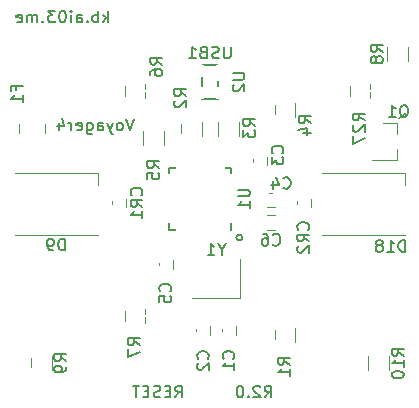
<source format=gbo>
%TF.GenerationSoftware,KiCad,Pcbnew,(5.1.2)-1*%
%TF.CreationDate,2019-05-30T19:23:31-07:00*%
%TF.ProjectId,Voyager4,566f7961-6765-4723-942e-6b696361645f,rev?*%
%TF.SameCoordinates,Original*%
%TF.FileFunction,Legend,Bot*%
%TF.FilePolarity,Positive*%
%FSLAX46Y46*%
G04 Gerber Fmt 4.6, Leading zero omitted, Abs format (unit mm)*
G04 Created by KiCad (PCBNEW (5.1.2)-1) date 2019-05-30 19:23:31*
%MOMM*%
%LPD*%
G04 APERTURE LIST*
%ADD10C,0.150000*%
%ADD11C,0.200000*%
%ADD12C,0.120000*%
%ADD13R,0.650000X1.100000*%
%ADD14R,1.100000X0.650000*%
%ADD15R,2.125000X2.125000*%
%ADD16C,2.650000*%
%ADD17C,2.650000*%
%ADD18C,4.387800*%
%ADD19C,2.305000*%
%ADD20R,2.305000X2.305000*%
%ADD21C,2.150000*%
%ADD22R,1.150000X1.200000*%
%ADD23R,1.200000X1.150000*%
%ADD24R,2.000000X1.400000*%
%ADD25R,2.430000X1.540000*%
%ADD26R,1.300000X1.200000*%
%ADD27R,1.700000X1.100000*%
%ADD28R,1.100000X1.000000*%
%ADD29R,1.100000X1.400000*%
%ADD30O,1.400000X2.000000*%
%ADD31O,1.400000X2.500000*%
%ADD32C,1.050000*%
%ADD33R,0.700000X1.850000*%
%ADD34R,1.000000X1.850000*%
%ADD35R,1.800000X1.600000*%
%ADD36R,1.900000X1.900000*%
G04 APERTURE END LIST*
D10*
X61832714Y-41997380D02*
X61499380Y-42997380D01*
X61166047Y-41997380D01*
X60689857Y-42997380D02*
X60785095Y-42949761D01*
X60832714Y-42902142D01*
X60880333Y-42806904D01*
X60880333Y-42521190D01*
X60832714Y-42425952D01*
X60785095Y-42378333D01*
X60689857Y-42330714D01*
X60547000Y-42330714D01*
X60451761Y-42378333D01*
X60404142Y-42425952D01*
X60356523Y-42521190D01*
X60356523Y-42806904D01*
X60404142Y-42902142D01*
X60451761Y-42949761D01*
X60547000Y-42997380D01*
X60689857Y-42997380D01*
X60023190Y-42330714D02*
X59785095Y-42997380D01*
X59547000Y-42330714D02*
X59785095Y-42997380D01*
X59880333Y-43235476D01*
X59927952Y-43283095D01*
X60023190Y-43330714D01*
X58737476Y-42997380D02*
X58737476Y-42473571D01*
X58785095Y-42378333D01*
X58880333Y-42330714D01*
X59070809Y-42330714D01*
X59166047Y-42378333D01*
X58737476Y-42949761D02*
X58832714Y-42997380D01*
X59070809Y-42997380D01*
X59166047Y-42949761D01*
X59213666Y-42854523D01*
X59213666Y-42759285D01*
X59166047Y-42664047D01*
X59070809Y-42616428D01*
X58832714Y-42616428D01*
X58737476Y-42568809D01*
X57832714Y-42330714D02*
X57832714Y-43140238D01*
X57880333Y-43235476D01*
X57927952Y-43283095D01*
X58023190Y-43330714D01*
X58166047Y-43330714D01*
X58261285Y-43283095D01*
X57832714Y-42949761D02*
X57927952Y-42997380D01*
X58118428Y-42997380D01*
X58213666Y-42949761D01*
X58261285Y-42902142D01*
X58308904Y-42806904D01*
X58308904Y-42521190D01*
X58261285Y-42425952D01*
X58213666Y-42378333D01*
X58118428Y-42330714D01*
X57927952Y-42330714D01*
X57832714Y-42378333D01*
X56975571Y-42949761D02*
X57070809Y-42997380D01*
X57261285Y-42997380D01*
X57356523Y-42949761D01*
X57404142Y-42854523D01*
X57404142Y-42473571D01*
X57356523Y-42378333D01*
X57261285Y-42330714D01*
X57070809Y-42330714D01*
X56975571Y-42378333D01*
X56927952Y-42473571D01*
X56927952Y-42568809D01*
X57404142Y-42664047D01*
X56499380Y-42997380D02*
X56499380Y-42330714D01*
X56499380Y-42521190D02*
X56451761Y-42425952D01*
X56404142Y-42378333D01*
X56308904Y-42330714D01*
X56213666Y-42330714D01*
X55451761Y-42330714D02*
X55451761Y-42997380D01*
X55689857Y-41949761D02*
X55927952Y-42664047D01*
X55308904Y-42664047D01*
X72889952Y-65603380D02*
X73223285Y-65127190D01*
X73461380Y-65603380D02*
X73461380Y-64603380D01*
X73080428Y-64603380D01*
X72985190Y-64651000D01*
X72937571Y-64698619D01*
X72889952Y-64793857D01*
X72889952Y-64936714D01*
X72937571Y-65031952D01*
X72985190Y-65079571D01*
X73080428Y-65127190D01*
X73461380Y-65127190D01*
X72509000Y-64698619D02*
X72461380Y-64651000D01*
X72366142Y-64603380D01*
X72128047Y-64603380D01*
X72032809Y-64651000D01*
X71985190Y-64698619D01*
X71937571Y-64793857D01*
X71937571Y-64889095D01*
X71985190Y-65031952D01*
X72556619Y-65603380D01*
X71937571Y-65603380D01*
X71509000Y-65508142D02*
X71461380Y-65555761D01*
X71509000Y-65603380D01*
X71556619Y-65555761D01*
X71509000Y-65508142D01*
X71509000Y-65603380D01*
X70842333Y-64603380D02*
X70747095Y-64603380D01*
X70651857Y-64651000D01*
X70604238Y-64698619D01*
X70556619Y-64793857D01*
X70509000Y-64984333D01*
X70509000Y-65222428D01*
X70556619Y-65412904D01*
X70604238Y-65508142D01*
X70651857Y-65555761D01*
X70747095Y-65603380D01*
X70842333Y-65603380D01*
X70937571Y-65555761D01*
X70985190Y-65508142D01*
X71032809Y-65412904D01*
X71080428Y-65222428D01*
X71080428Y-64984333D01*
X71032809Y-64793857D01*
X70985190Y-64698619D01*
X70937571Y-64651000D01*
X70842333Y-64603380D01*
X59586333Y-33853380D02*
X59586333Y-32853380D01*
X59491095Y-33472428D02*
X59205380Y-33853380D01*
X59205380Y-33186714D02*
X59586333Y-33567666D01*
X58776809Y-33853380D02*
X58776809Y-32853380D01*
X58776809Y-33234333D02*
X58681571Y-33186714D01*
X58491095Y-33186714D01*
X58395857Y-33234333D01*
X58348238Y-33281952D01*
X58300619Y-33377190D01*
X58300619Y-33662904D01*
X58348238Y-33758142D01*
X58395857Y-33805761D01*
X58491095Y-33853380D01*
X58681571Y-33853380D01*
X58776809Y-33805761D01*
X57872047Y-33758142D02*
X57824428Y-33805761D01*
X57872047Y-33853380D01*
X57919666Y-33805761D01*
X57872047Y-33758142D01*
X57872047Y-33853380D01*
X56967285Y-33853380D02*
X56967285Y-33329571D01*
X57014904Y-33234333D01*
X57110142Y-33186714D01*
X57300619Y-33186714D01*
X57395857Y-33234333D01*
X56967285Y-33805761D02*
X57062523Y-33853380D01*
X57300619Y-33853380D01*
X57395857Y-33805761D01*
X57443476Y-33710523D01*
X57443476Y-33615285D01*
X57395857Y-33520047D01*
X57300619Y-33472428D01*
X57062523Y-33472428D01*
X56967285Y-33424809D01*
X56491095Y-33853380D02*
X56491095Y-33186714D01*
X56491095Y-32853380D02*
X56538714Y-32901000D01*
X56491095Y-32948619D01*
X56443476Y-32901000D01*
X56491095Y-32853380D01*
X56491095Y-32948619D01*
X55824428Y-32853380D02*
X55729190Y-32853380D01*
X55633952Y-32901000D01*
X55586333Y-32948619D01*
X55538714Y-33043857D01*
X55491095Y-33234333D01*
X55491095Y-33472428D01*
X55538714Y-33662904D01*
X55586333Y-33758142D01*
X55633952Y-33805761D01*
X55729190Y-33853380D01*
X55824428Y-33853380D01*
X55919666Y-33805761D01*
X55967285Y-33758142D01*
X56014904Y-33662904D01*
X56062523Y-33472428D01*
X56062523Y-33234333D01*
X56014904Y-33043857D01*
X55967285Y-32948619D01*
X55919666Y-32901000D01*
X55824428Y-32853380D01*
X55157761Y-32853380D02*
X54538714Y-32853380D01*
X54872047Y-33234333D01*
X54729190Y-33234333D01*
X54633952Y-33281952D01*
X54586333Y-33329571D01*
X54538714Y-33424809D01*
X54538714Y-33662904D01*
X54586333Y-33758142D01*
X54633952Y-33805761D01*
X54729190Y-33853380D01*
X55014904Y-33853380D01*
X55110142Y-33805761D01*
X55157761Y-33758142D01*
X54110142Y-33758142D02*
X54062523Y-33805761D01*
X54110142Y-33853380D01*
X54157761Y-33805761D01*
X54110142Y-33758142D01*
X54110142Y-33853380D01*
X53633952Y-33853380D02*
X53633952Y-33186714D01*
X53633952Y-33281952D02*
X53586333Y-33234333D01*
X53491095Y-33186714D01*
X53348238Y-33186714D01*
X53253000Y-33234333D01*
X53205380Y-33329571D01*
X53205380Y-33853380D01*
X53205380Y-33329571D02*
X53157761Y-33234333D01*
X53062523Y-33186714D01*
X52919666Y-33186714D01*
X52824428Y-33234333D01*
X52776809Y-33329571D01*
X52776809Y-33853380D01*
X51919666Y-33805761D02*
X52014904Y-33853380D01*
X52205380Y-33853380D01*
X52300619Y-33805761D01*
X52348238Y-33710523D01*
X52348238Y-33329571D01*
X52300619Y-33234333D01*
X52205380Y-33186714D01*
X52014904Y-33186714D01*
X51919666Y-33234333D01*
X51872047Y-33329571D01*
X51872047Y-33424809D01*
X52348238Y-33520047D01*
X65333380Y-65603380D02*
X65666714Y-65127190D01*
X65904809Y-65603380D02*
X65904809Y-64603380D01*
X65523857Y-64603380D01*
X65428619Y-64651000D01*
X65381000Y-64698619D01*
X65333380Y-64793857D01*
X65333380Y-64936714D01*
X65381000Y-65031952D01*
X65428619Y-65079571D01*
X65523857Y-65127190D01*
X65904809Y-65127190D01*
X64904809Y-65079571D02*
X64571476Y-65079571D01*
X64428619Y-65603380D02*
X64904809Y-65603380D01*
X64904809Y-64603380D01*
X64428619Y-64603380D01*
X64047666Y-65555761D02*
X63904809Y-65603380D01*
X63666714Y-65603380D01*
X63571476Y-65555761D01*
X63523857Y-65508142D01*
X63476238Y-65412904D01*
X63476238Y-65317666D01*
X63523857Y-65222428D01*
X63571476Y-65174809D01*
X63666714Y-65127190D01*
X63857190Y-65079571D01*
X63952428Y-65031952D01*
X64000047Y-64984333D01*
X64047666Y-64889095D01*
X64047666Y-64793857D01*
X64000047Y-64698619D01*
X63952428Y-64651000D01*
X63857190Y-64603380D01*
X63619095Y-64603380D01*
X63476238Y-64651000D01*
X63047666Y-65079571D02*
X62714333Y-65079571D01*
X62571476Y-65603380D02*
X63047666Y-65603380D01*
X63047666Y-64603380D01*
X62571476Y-64603380D01*
X62285761Y-64603380D02*
X61714333Y-64603380D01*
X62000047Y-65603380D02*
X62000047Y-64603380D01*
D11*
X70993000Y-52070000D02*
G75*
G03X70993000Y-52070000I-254000J0D01*
G01*
D10*
X70062000Y-46143000D02*
X69537000Y-46143000D01*
X64812000Y-51393000D02*
X65337000Y-51393000D01*
X64812000Y-46143000D02*
X65337000Y-46143000D01*
X70062000Y-51393000D02*
X70062000Y-50868000D01*
X64812000Y-51393000D02*
X64812000Y-50868000D01*
X64812000Y-46143000D02*
X64812000Y-46668000D01*
X70062000Y-46143000D02*
X70062000Y-46668000D01*
D12*
X69250000Y-59594000D02*
X69250000Y-60294000D01*
X70450000Y-60294000D02*
X70450000Y-59594000D01*
X68291000Y-60294000D02*
X68291000Y-59594000D01*
X67091000Y-59594000D02*
X67091000Y-60294000D01*
X71917000Y-45243000D02*
X71917000Y-45943000D01*
X73117000Y-45943000D02*
X73117000Y-45243000D01*
X73056000Y-49495000D02*
X73756000Y-49495000D01*
X73756000Y-48295000D02*
X73056000Y-48295000D01*
X65116000Y-54706000D02*
X65116000Y-54006000D01*
X63916000Y-54006000D02*
X63916000Y-54706000D01*
X73056000Y-51400000D02*
X73756000Y-51400000D01*
X73756000Y-50200000D02*
X73056000Y-50200000D01*
X61179000Y-49499000D02*
X61179000Y-48799000D01*
X59979000Y-48799000D02*
X59979000Y-49499000D01*
X75600000Y-48799000D02*
X75600000Y-49499000D01*
X76800000Y-49499000D02*
X76800000Y-48799000D01*
X58745000Y-46612500D02*
X58745000Y-47612500D01*
X51745000Y-46612500D02*
X58745000Y-46612500D01*
X51745000Y-51812500D02*
X58745000Y-51812500D01*
X77780000Y-51812500D02*
X84780000Y-51812500D01*
X77780000Y-46612500D02*
X84780000Y-46612500D01*
X84780000Y-46612500D02*
X84780000Y-47612500D01*
X54251250Y-43862500D02*
X54251250Y-41862500D01*
X52111250Y-41862500D02*
X52111250Y-43862500D01*
X84103750Y-42362000D02*
X82643750Y-42362000D01*
X84103750Y-45522000D02*
X81943750Y-45522000D01*
X84103750Y-45522000D02*
X84103750Y-44592000D01*
X84103750Y-42362000D02*
X84103750Y-43292000D01*
X73732500Y-59725000D02*
X73732500Y-60925000D01*
X75492500Y-60925000D02*
X75492500Y-59725000D01*
X67555000Y-43462500D02*
X67555000Y-42262500D01*
X65795000Y-42262500D02*
X65795000Y-43462500D01*
X68970000Y-42262500D02*
X68970000Y-43462500D01*
X70730000Y-43462500D02*
X70730000Y-42262500D01*
X73732500Y-40675000D02*
X73732500Y-41875000D01*
X75492500Y-41875000D02*
X75492500Y-40675000D01*
X64380000Y-44256250D02*
X64380000Y-43056250D01*
X62620000Y-43056250D02*
X62620000Y-44256250D01*
X62792500Y-40287500D02*
X62792500Y-39087500D01*
X61032500Y-39087500D02*
X61032500Y-40287500D01*
X61032500Y-58137500D02*
X61032500Y-59337500D01*
X62792500Y-59337500D02*
X62792500Y-58137500D01*
X85017500Y-37112500D02*
X85017500Y-35912500D01*
X83257500Y-35912500D02*
X83257500Y-37112500D01*
X53095000Y-62106250D02*
X53095000Y-63306250D01*
X54855000Y-63306250D02*
X54855000Y-62106250D01*
X81670000Y-62106250D02*
X81670000Y-63306250D01*
X83430000Y-63306250D02*
X83430000Y-62106250D01*
X81842500Y-40287500D02*
X81842500Y-39087500D01*
X80082500Y-39087500D02*
X80082500Y-40287500D01*
D10*
X68912500Y-40343750D02*
X67612500Y-40343750D01*
X68912500Y-37443750D02*
X68912500Y-40343750D01*
X67612500Y-37443750D02*
X68912500Y-37443750D01*
X67612500Y-37443750D02*
X67612500Y-40343750D01*
D12*
X70770500Y-57212500D02*
X66770500Y-57212500D01*
X70770500Y-53912500D02*
X70770500Y-57212500D01*
D10*
X70639380Y-48006095D02*
X71448904Y-48006095D01*
X71544142Y-48053714D01*
X71591761Y-48101333D01*
X71639380Y-48196571D01*
X71639380Y-48387047D01*
X71591761Y-48482285D01*
X71544142Y-48529904D01*
X71448904Y-48577523D01*
X70639380Y-48577523D01*
X71639380Y-49577523D02*
X71639380Y-49006095D01*
X71639380Y-49291809D02*
X70639380Y-49291809D01*
X70782238Y-49196571D01*
X70877476Y-49101333D01*
X70925095Y-49006095D01*
X70231142Y-62317333D02*
X70278761Y-62269714D01*
X70326380Y-62126857D01*
X70326380Y-62031619D01*
X70278761Y-61888761D01*
X70183523Y-61793523D01*
X70088285Y-61745904D01*
X69897809Y-61698285D01*
X69754952Y-61698285D01*
X69564476Y-61745904D01*
X69469238Y-61793523D01*
X69374000Y-61888761D01*
X69326380Y-62031619D01*
X69326380Y-62126857D01*
X69374000Y-62269714D01*
X69421619Y-62317333D01*
X70326380Y-63269714D02*
X70326380Y-62698285D01*
X70326380Y-62984000D02*
X69326380Y-62984000D01*
X69469238Y-62888761D01*
X69564476Y-62793523D01*
X69612095Y-62698285D01*
X68072142Y-62317333D02*
X68119761Y-62269714D01*
X68167380Y-62126857D01*
X68167380Y-62031619D01*
X68119761Y-61888761D01*
X68024523Y-61793523D01*
X67929285Y-61745904D01*
X67738809Y-61698285D01*
X67595952Y-61698285D01*
X67405476Y-61745904D01*
X67310238Y-61793523D01*
X67215000Y-61888761D01*
X67167380Y-62031619D01*
X67167380Y-62126857D01*
X67215000Y-62269714D01*
X67262619Y-62317333D01*
X67262619Y-62698285D02*
X67215000Y-62745904D01*
X67167380Y-62841142D01*
X67167380Y-63079238D01*
X67215000Y-63174476D01*
X67262619Y-63222095D01*
X67357857Y-63269714D01*
X67453095Y-63269714D01*
X67595952Y-63222095D01*
X68167380Y-62650666D01*
X68167380Y-63269714D01*
X74374142Y-44918333D02*
X74421761Y-44870714D01*
X74469380Y-44727857D01*
X74469380Y-44632619D01*
X74421761Y-44489761D01*
X74326523Y-44394523D01*
X74231285Y-44346904D01*
X74040809Y-44299285D01*
X73897952Y-44299285D01*
X73707476Y-44346904D01*
X73612238Y-44394523D01*
X73517000Y-44489761D01*
X73469380Y-44632619D01*
X73469380Y-44727857D01*
X73517000Y-44870714D01*
X73564619Y-44918333D01*
X73469380Y-45251666D02*
X73469380Y-45870714D01*
X73850333Y-45537380D01*
X73850333Y-45680238D01*
X73897952Y-45775476D01*
X73945571Y-45823095D01*
X74040809Y-45870714D01*
X74278904Y-45870714D01*
X74374142Y-45823095D01*
X74421761Y-45775476D01*
X74469380Y-45680238D01*
X74469380Y-45394523D01*
X74421761Y-45299285D01*
X74374142Y-45251666D01*
X74461666Y-47855142D02*
X74509285Y-47902761D01*
X74652142Y-47950380D01*
X74747380Y-47950380D01*
X74890238Y-47902761D01*
X74985476Y-47807523D01*
X75033095Y-47712285D01*
X75080714Y-47521809D01*
X75080714Y-47378952D01*
X75033095Y-47188476D01*
X74985476Y-47093238D01*
X74890238Y-46998000D01*
X74747380Y-46950380D01*
X74652142Y-46950380D01*
X74509285Y-46998000D01*
X74461666Y-47045619D01*
X73604523Y-47283714D02*
X73604523Y-47950380D01*
X73842619Y-46902761D02*
X74080714Y-47617047D01*
X73461666Y-47617047D01*
X64873142Y-56602333D02*
X64920761Y-56554714D01*
X64968380Y-56411857D01*
X64968380Y-56316619D01*
X64920761Y-56173761D01*
X64825523Y-56078523D01*
X64730285Y-56030904D01*
X64539809Y-55983285D01*
X64396952Y-55983285D01*
X64206476Y-56030904D01*
X64111238Y-56078523D01*
X64016000Y-56173761D01*
X63968380Y-56316619D01*
X63968380Y-56411857D01*
X64016000Y-56554714D01*
X64063619Y-56602333D01*
X63968380Y-57507095D02*
X63968380Y-57030904D01*
X64444571Y-56983285D01*
X64396952Y-57030904D01*
X64349333Y-57126142D01*
X64349333Y-57364238D01*
X64396952Y-57459476D01*
X64444571Y-57507095D01*
X64539809Y-57554714D01*
X64777904Y-57554714D01*
X64873142Y-57507095D01*
X64920761Y-57459476D01*
X64968380Y-57364238D01*
X64968380Y-57126142D01*
X64920761Y-57030904D01*
X64873142Y-56983285D01*
X73572666Y-52657142D02*
X73620285Y-52704761D01*
X73763142Y-52752380D01*
X73858380Y-52752380D01*
X74001238Y-52704761D01*
X74096476Y-52609523D01*
X74144095Y-52514285D01*
X74191714Y-52323809D01*
X74191714Y-52180952D01*
X74144095Y-51990476D01*
X74096476Y-51895238D01*
X74001238Y-51800000D01*
X73858380Y-51752380D01*
X73763142Y-51752380D01*
X73620285Y-51800000D01*
X73572666Y-51847619D01*
X72715523Y-51752380D02*
X72906000Y-51752380D01*
X73001238Y-51800000D01*
X73048857Y-51847619D01*
X73144095Y-51990476D01*
X73191714Y-52180952D01*
X73191714Y-52561904D01*
X73144095Y-52657142D01*
X73096476Y-52704761D01*
X73001238Y-52752380D01*
X72810761Y-52752380D01*
X72715523Y-52704761D01*
X72667904Y-52657142D01*
X72620285Y-52561904D01*
X72620285Y-52323809D01*
X72667904Y-52228571D01*
X72715523Y-52180952D01*
X72810761Y-52133333D01*
X73001238Y-52133333D01*
X73096476Y-52180952D01*
X73144095Y-52228571D01*
X73191714Y-52323809D01*
X62436142Y-48482333D02*
X62483761Y-48434714D01*
X62531380Y-48291857D01*
X62531380Y-48196619D01*
X62483761Y-48053761D01*
X62388523Y-47958523D01*
X62293285Y-47910904D01*
X62102809Y-47863285D01*
X61959952Y-47863285D01*
X61769476Y-47910904D01*
X61674238Y-47958523D01*
X61579000Y-48053761D01*
X61531380Y-48196619D01*
X61531380Y-48291857D01*
X61579000Y-48434714D01*
X61626619Y-48482333D01*
X62531380Y-49482333D02*
X62055190Y-49149000D01*
X62531380Y-48910904D02*
X61531380Y-48910904D01*
X61531380Y-49291857D01*
X61579000Y-49387095D01*
X61626619Y-49434714D01*
X61721857Y-49482333D01*
X61864714Y-49482333D01*
X61959952Y-49434714D01*
X62007571Y-49387095D01*
X62055190Y-49291857D01*
X62055190Y-48910904D01*
X62531380Y-50434714D02*
X62531380Y-49863285D01*
X62531380Y-50149000D02*
X61531380Y-50149000D01*
X61674238Y-50053761D01*
X61769476Y-49958523D01*
X61817095Y-49863285D01*
X76557142Y-51403333D02*
X76604761Y-51355714D01*
X76652380Y-51212857D01*
X76652380Y-51117619D01*
X76604761Y-50974761D01*
X76509523Y-50879523D01*
X76414285Y-50831904D01*
X76223809Y-50784285D01*
X76080952Y-50784285D01*
X75890476Y-50831904D01*
X75795238Y-50879523D01*
X75700000Y-50974761D01*
X75652380Y-51117619D01*
X75652380Y-51212857D01*
X75700000Y-51355714D01*
X75747619Y-51403333D01*
X76652380Y-52403333D02*
X76176190Y-52070000D01*
X76652380Y-51831904D02*
X75652380Y-51831904D01*
X75652380Y-52212857D01*
X75700000Y-52308095D01*
X75747619Y-52355714D01*
X75842857Y-52403333D01*
X75985714Y-52403333D01*
X76080952Y-52355714D01*
X76128571Y-52308095D01*
X76176190Y-52212857D01*
X76176190Y-51831904D01*
X75747619Y-52784285D02*
X75700000Y-52831904D01*
X75652380Y-52927142D01*
X75652380Y-53165238D01*
X75700000Y-53260476D01*
X75747619Y-53308095D01*
X75842857Y-53355714D01*
X75938095Y-53355714D01*
X76080952Y-53308095D01*
X76652380Y-52736666D01*
X76652380Y-53355714D01*
X55983095Y-53164880D02*
X55983095Y-52164880D01*
X55745000Y-52164880D01*
X55602142Y-52212500D01*
X55506904Y-52307738D01*
X55459285Y-52402976D01*
X55411666Y-52593452D01*
X55411666Y-52736309D01*
X55459285Y-52926785D01*
X55506904Y-53022023D01*
X55602142Y-53117261D01*
X55745000Y-53164880D01*
X55983095Y-53164880D01*
X54935476Y-53164880D02*
X54745000Y-53164880D01*
X54649761Y-53117261D01*
X54602142Y-53069642D01*
X54506904Y-52926785D01*
X54459285Y-52736309D01*
X54459285Y-52355357D01*
X54506904Y-52260119D01*
X54554523Y-52212500D01*
X54649761Y-52164880D01*
X54840238Y-52164880D01*
X54935476Y-52212500D01*
X54983095Y-52260119D01*
X55030714Y-52355357D01*
X55030714Y-52593452D01*
X54983095Y-52688690D01*
X54935476Y-52736309D01*
X54840238Y-52783928D01*
X54649761Y-52783928D01*
X54554523Y-52736309D01*
X54506904Y-52688690D01*
X54459285Y-52593452D01*
X84780285Y-53284380D02*
X84780285Y-52284380D01*
X84542190Y-52284380D01*
X84399333Y-52332000D01*
X84304095Y-52427238D01*
X84256476Y-52522476D01*
X84208857Y-52712952D01*
X84208857Y-52855809D01*
X84256476Y-53046285D01*
X84304095Y-53141523D01*
X84399333Y-53236761D01*
X84542190Y-53284380D01*
X84780285Y-53284380D01*
X83256476Y-53284380D02*
X83827904Y-53284380D01*
X83542190Y-53284380D02*
X83542190Y-52284380D01*
X83637428Y-52427238D01*
X83732666Y-52522476D01*
X83827904Y-52570095D01*
X82685047Y-52712952D02*
X82780285Y-52665333D01*
X82827904Y-52617714D01*
X82875523Y-52522476D01*
X82875523Y-52474857D01*
X82827904Y-52379619D01*
X82780285Y-52332000D01*
X82685047Y-52284380D01*
X82494571Y-52284380D01*
X82399333Y-52332000D01*
X82351714Y-52379619D01*
X82304095Y-52474857D01*
X82304095Y-52522476D01*
X82351714Y-52617714D01*
X82399333Y-52665333D01*
X82494571Y-52712952D01*
X82685047Y-52712952D01*
X82780285Y-52760571D01*
X82827904Y-52808190D01*
X82875523Y-52903428D01*
X82875523Y-53093904D01*
X82827904Y-53189142D01*
X82780285Y-53236761D01*
X82685047Y-53284380D01*
X82494571Y-53284380D01*
X82399333Y-53236761D01*
X82351714Y-53189142D01*
X82304095Y-53093904D01*
X82304095Y-52903428D01*
X82351714Y-52808190D01*
X82399333Y-52760571D01*
X82494571Y-52712952D01*
X51871571Y-39544666D02*
X51871571Y-39211333D01*
X52395380Y-39211333D02*
X51395380Y-39211333D01*
X51395380Y-39687523D01*
X52395380Y-40592285D02*
X52395380Y-40020857D01*
X52395380Y-40306571D02*
X51395380Y-40306571D01*
X51538238Y-40211333D01*
X51633476Y-40116095D01*
X51681095Y-40020857D01*
X84296238Y-41949619D02*
X84391476Y-41902000D01*
X84486714Y-41806761D01*
X84629571Y-41663904D01*
X84724809Y-41616285D01*
X84820047Y-41616285D01*
X84772428Y-41854380D02*
X84867666Y-41806761D01*
X84962904Y-41711523D01*
X85010523Y-41521047D01*
X85010523Y-41187714D01*
X84962904Y-40997238D01*
X84867666Y-40902000D01*
X84772428Y-40854380D01*
X84581952Y-40854380D01*
X84486714Y-40902000D01*
X84391476Y-40997238D01*
X84343857Y-41187714D01*
X84343857Y-41521047D01*
X84391476Y-41711523D01*
X84486714Y-41806761D01*
X84581952Y-41854380D01*
X84772428Y-41854380D01*
X83391476Y-41854380D02*
X83962904Y-41854380D01*
X83677190Y-41854380D02*
X83677190Y-40854380D01*
X83772428Y-40997238D01*
X83867666Y-41092476D01*
X83962904Y-41140095D01*
X75001380Y-62825333D02*
X74525190Y-62492000D01*
X75001380Y-62253904D02*
X74001380Y-62253904D01*
X74001380Y-62634857D01*
X74049000Y-62730095D01*
X74096619Y-62777714D01*
X74191857Y-62825333D01*
X74334714Y-62825333D01*
X74429952Y-62777714D01*
X74477571Y-62730095D01*
X74525190Y-62634857D01*
X74525190Y-62253904D01*
X75001380Y-63777714D02*
X75001380Y-63206285D01*
X75001380Y-63492000D02*
X74001380Y-63492000D01*
X74144238Y-63396761D01*
X74239476Y-63301523D01*
X74287095Y-63206285D01*
X66238380Y-40092333D02*
X65762190Y-39759000D01*
X66238380Y-39520904D02*
X65238380Y-39520904D01*
X65238380Y-39901857D01*
X65286000Y-39997095D01*
X65333619Y-40044714D01*
X65428857Y-40092333D01*
X65571714Y-40092333D01*
X65666952Y-40044714D01*
X65714571Y-39997095D01*
X65762190Y-39901857D01*
X65762190Y-39520904D01*
X65333619Y-40473285D02*
X65286000Y-40520904D01*
X65238380Y-40616142D01*
X65238380Y-40854238D01*
X65286000Y-40949476D01*
X65333619Y-40997095D01*
X65428857Y-41044714D01*
X65524095Y-41044714D01*
X65666952Y-40997095D01*
X66238380Y-40425666D01*
X66238380Y-41044714D01*
X72080380Y-42632333D02*
X71604190Y-42299000D01*
X72080380Y-42060904D02*
X71080380Y-42060904D01*
X71080380Y-42441857D01*
X71128000Y-42537095D01*
X71175619Y-42584714D01*
X71270857Y-42632333D01*
X71413714Y-42632333D01*
X71508952Y-42584714D01*
X71556571Y-42537095D01*
X71604190Y-42441857D01*
X71604190Y-42060904D01*
X71080380Y-42965666D02*
X71080380Y-43584714D01*
X71461333Y-43251380D01*
X71461333Y-43394238D01*
X71508952Y-43489476D01*
X71556571Y-43537095D01*
X71651809Y-43584714D01*
X71889904Y-43584714D01*
X71985142Y-43537095D01*
X72032761Y-43489476D01*
X72080380Y-43394238D01*
X72080380Y-43108523D01*
X72032761Y-43013285D01*
X71985142Y-42965666D01*
X76779380Y-42378333D02*
X76303190Y-42045000D01*
X76779380Y-41806904D02*
X75779380Y-41806904D01*
X75779380Y-42187857D01*
X75827000Y-42283095D01*
X75874619Y-42330714D01*
X75969857Y-42378333D01*
X76112714Y-42378333D01*
X76207952Y-42330714D01*
X76255571Y-42283095D01*
X76303190Y-42187857D01*
X76303190Y-41806904D01*
X76112714Y-43235476D02*
X76779380Y-43235476D01*
X75731761Y-42997380D02*
X76446047Y-42759285D01*
X76446047Y-43378333D01*
X63952380Y-46188333D02*
X63476190Y-45855000D01*
X63952380Y-45616904D02*
X62952380Y-45616904D01*
X62952380Y-45997857D01*
X63000000Y-46093095D01*
X63047619Y-46140714D01*
X63142857Y-46188333D01*
X63285714Y-46188333D01*
X63380952Y-46140714D01*
X63428571Y-46093095D01*
X63476190Y-45997857D01*
X63476190Y-45616904D01*
X62952380Y-47093095D02*
X62952380Y-46616904D01*
X63428571Y-46569285D01*
X63380952Y-46616904D01*
X63333333Y-46712142D01*
X63333333Y-46950238D01*
X63380952Y-47045476D01*
X63428571Y-47093095D01*
X63523809Y-47140714D01*
X63761904Y-47140714D01*
X63857142Y-47093095D01*
X63904761Y-47045476D01*
X63952380Y-46950238D01*
X63952380Y-46712142D01*
X63904761Y-46616904D01*
X63857142Y-46569285D01*
X64206380Y-37425333D02*
X63730190Y-37092000D01*
X64206380Y-36853904D02*
X63206380Y-36853904D01*
X63206380Y-37234857D01*
X63254000Y-37330095D01*
X63301619Y-37377714D01*
X63396857Y-37425333D01*
X63539714Y-37425333D01*
X63634952Y-37377714D01*
X63682571Y-37330095D01*
X63730190Y-37234857D01*
X63730190Y-36853904D01*
X63206380Y-38282476D02*
X63206380Y-38092000D01*
X63254000Y-37996761D01*
X63301619Y-37949142D01*
X63444476Y-37853904D01*
X63634952Y-37806285D01*
X64015904Y-37806285D01*
X64111142Y-37853904D01*
X64158761Y-37901523D01*
X64206380Y-37996761D01*
X64206380Y-38187238D01*
X64158761Y-38282476D01*
X64111142Y-38330095D01*
X64015904Y-38377714D01*
X63777809Y-38377714D01*
X63682571Y-38330095D01*
X63634952Y-38282476D01*
X63587333Y-38187238D01*
X63587333Y-37996761D01*
X63634952Y-37901523D01*
X63682571Y-37853904D01*
X63777809Y-37806285D01*
X62301380Y-61174333D02*
X61825190Y-60841000D01*
X62301380Y-60602904D02*
X61301380Y-60602904D01*
X61301380Y-60983857D01*
X61349000Y-61079095D01*
X61396619Y-61126714D01*
X61491857Y-61174333D01*
X61634714Y-61174333D01*
X61729952Y-61126714D01*
X61777571Y-61079095D01*
X61825190Y-60983857D01*
X61825190Y-60602904D01*
X61301380Y-61507666D02*
X61301380Y-62174333D01*
X62301380Y-61745761D01*
X82875380Y-36345833D02*
X82399190Y-36012500D01*
X82875380Y-35774404D02*
X81875380Y-35774404D01*
X81875380Y-36155357D01*
X81923000Y-36250595D01*
X81970619Y-36298214D01*
X82065857Y-36345833D01*
X82208714Y-36345833D01*
X82303952Y-36298214D01*
X82351571Y-36250595D01*
X82399190Y-36155357D01*
X82399190Y-35774404D01*
X82303952Y-36917261D02*
X82256333Y-36822023D01*
X82208714Y-36774404D01*
X82113476Y-36726785D01*
X82065857Y-36726785D01*
X81970619Y-36774404D01*
X81923000Y-36822023D01*
X81875380Y-36917261D01*
X81875380Y-37107738D01*
X81923000Y-37202976D01*
X81970619Y-37250595D01*
X82065857Y-37298214D01*
X82113476Y-37298214D01*
X82208714Y-37250595D01*
X82256333Y-37202976D01*
X82303952Y-37107738D01*
X82303952Y-36917261D01*
X82351571Y-36822023D01*
X82399190Y-36774404D01*
X82494428Y-36726785D01*
X82684904Y-36726785D01*
X82780142Y-36774404D01*
X82827761Y-36822023D01*
X82875380Y-36917261D01*
X82875380Y-37107738D01*
X82827761Y-37202976D01*
X82780142Y-37250595D01*
X82684904Y-37298214D01*
X82494428Y-37298214D01*
X82399190Y-37250595D01*
X82351571Y-37202976D01*
X82303952Y-37107738D01*
X56077380Y-62539583D02*
X55601190Y-62206250D01*
X56077380Y-61968154D02*
X55077380Y-61968154D01*
X55077380Y-62349107D01*
X55125000Y-62444345D01*
X55172619Y-62491964D01*
X55267857Y-62539583D01*
X55410714Y-62539583D01*
X55505952Y-62491964D01*
X55553571Y-62444345D01*
X55601190Y-62349107D01*
X55601190Y-61968154D01*
X56077380Y-63015773D02*
X56077380Y-63206250D01*
X56029761Y-63301488D01*
X55982142Y-63349107D01*
X55839285Y-63444345D01*
X55648809Y-63491964D01*
X55267857Y-63491964D01*
X55172619Y-63444345D01*
X55125000Y-63396726D01*
X55077380Y-63301488D01*
X55077380Y-63111011D01*
X55125000Y-63015773D01*
X55172619Y-62968154D01*
X55267857Y-62920535D01*
X55505952Y-62920535D01*
X55601190Y-62968154D01*
X55648809Y-63015773D01*
X55696428Y-63111011D01*
X55696428Y-63301488D01*
X55648809Y-63396726D01*
X55601190Y-63444345D01*
X55505952Y-63491964D01*
X84652380Y-62063392D02*
X84176190Y-61730059D01*
X84652380Y-61491964D02*
X83652380Y-61491964D01*
X83652380Y-61872916D01*
X83700000Y-61968154D01*
X83747619Y-62015773D01*
X83842857Y-62063392D01*
X83985714Y-62063392D01*
X84080952Y-62015773D01*
X84128571Y-61968154D01*
X84176190Y-61872916D01*
X84176190Y-61491964D01*
X84652380Y-63015773D02*
X84652380Y-62444345D01*
X84652380Y-62730059D02*
X83652380Y-62730059D01*
X83795238Y-62634821D01*
X83890476Y-62539583D01*
X83938095Y-62444345D01*
X83652380Y-63634821D02*
X83652380Y-63730059D01*
X83700000Y-63825297D01*
X83747619Y-63872916D01*
X83842857Y-63920535D01*
X84033333Y-63968154D01*
X84271428Y-63968154D01*
X84461904Y-63920535D01*
X84557142Y-63872916D01*
X84604761Y-63825297D01*
X84652380Y-63730059D01*
X84652380Y-63634821D01*
X84604761Y-63539583D01*
X84557142Y-63491964D01*
X84461904Y-63444345D01*
X84271428Y-63396726D01*
X84033333Y-63396726D01*
X83842857Y-63444345D01*
X83747619Y-63491964D01*
X83700000Y-63539583D01*
X83652380Y-63634821D01*
X81351380Y-42156142D02*
X80875190Y-41822809D01*
X81351380Y-41584714D02*
X80351380Y-41584714D01*
X80351380Y-41965666D01*
X80399000Y-42060904D01*
X80446619Y-42108523D01*
X80541857Y-42156142D01*
X80684714Y-42156142D01*
X80779952Y-42108523D01*
X80827571Y-42060904D01*
X80875190Y-41965666D01*
X80875190Y-41584714D01*
X80446619Y-42537095D02*
X80399000Y-42584714D01*
X80351380Y-42679952D01*
X80351380Y-42918047D01*
X80399000Y-43013285D01*
X80446619Y-43060904D01*
X80541857Y-43108523D01*
X80637095Y-43108523D01*
X80779952Y-43060904D01*
X81351380Y-42489476D01*
X81351380Y-43108523D01*
X80351380Y-43441857D02*
X80351380Y-44108523D01*
X81351380Y-43679952D01*
X70164880Y-38131845D02*
X70974404Y-38131845D01*
X71069642Y-38179464D01*
X71117261Y-38227083D01*
X71164880Y-38322321D01*
X71164880Y-38512797D01*
X71117261Y-38608035D01*
X71069642Y-38655654D01*
X70974404Y-38703273D01*
X70164880Y-38703273D01*
X70260119Y-39131845D02*
X70212500Y-39179464D01*
X70164880Y-39274702D01*
X70164880Y-39512797D01*
X70212500Y-39608035D01*
X70260119Y-39655654D01*
X70355357Y-39703273D01*
X70450595Y-39703273D01*
X70593452Y-39655654D01*
X71164880Y-39084226D01*
X71164880Y-39703273D01*
X70000595Y-35901380D02*
X70000595Y-36710904D01*
X69952976Y-36806142D01*
X69905357Y-36853761D01*
X69810119Y-36901380D01*
X69619642Y-36901380D01*
X69524404Y-36853761D01*
X69476785Y-36806142D01*
X69429166Y-36710904D01*
X69429166Y-35901380D01*
X69000595Y-36853761D02*
X68857738Y-36901380D01*
X68619642Y-36901380D01*
X68524404Y-36853761D01*
X68476785Y-36806142D01*
X68429166Y-36710904D01*
X68429166Y-36615666D01*
X68476785Y-36520428D01*
X68524404Y-36472809D01*
X68619642Y-36425190D01*
X68810119Y-36377571D01*
X68905357Y-36329952D01*
X68952976Y-36282333D01*
X69000595Y-36187095D01*
X69000595Y-36091857D01*
X68952976Y-35996619D01*
X68905357Y-35949000D01*
X68810119Y-35901380D01*
X68572023Y-35901380D01*
X68429166Y-35949000D01*
X67667261Y-36377571D02*
X67524404Y-36425190D01*
X67476785Y-36472809D01*
X67429166Y-36568047D01*
X67429166Y-36710904D01*
X67476785Y-36806142D01*
X67524404Y-36853761D01*
X67619642Y-36901380D01*
X68000595Y-36901380D01*
X68000595Y-35901380D01*
X67667261Y-35901380D01*
X67572023Y-35949000D01*
X67524404Y-35996619D01*
X67476785Y-36091857D01*
X67476785Y-36187095D01*
X67524404Y-36282333D01*
X67572023Y-36329952D01*
X67667261Y-36377571D01*
X68000595Y-36377571D01*
X66476785Y-36901380D02*
X67048214Y-36901380D01*
X66762500Y-36901380D02*
X66762500Y-35901380D01*
X66857738Y-36044238D01*
X66952976Y-36139476D01*
X67048214Y-36187095D01*
X69246690Y-53088690D02*
X69246690Y-53564880D01*
X69580023Y-52564880D02*
X69246690Y-53088690D01*
X68913357Y-52564880D01*
X68056214Y-53564880D02*
X68627642Y-53564880D01*
X68341928Y-53564880D02*
X68341928Y-52564880D01*
X68437166Y-52707738D01*
X68532404Y-52802976D01*
X68627642Y-52850595D01*
%LPC*%
D13*
X69187000Y-51168000D03*
X68687000Y-51168000D03*
X68187000Y-51168000D03*
X67687000Y-51168000D03*
X67187000Y-51168000D03*
X66687000Y-51168000D03*
X66187000Y-51168000D03*
X65687000Y-51168000D03*
D14*
X65037000Y-50518000D03*
X65037000Y-50018000D03*
X65037000Y-49518000D03*
X65037000Y-49018000D03*
X65037000Y-48518000D03*
X65037000Y-48018000D03*
X65037000Y-47518000D03*
X65037000Y-47018000D03*
D13*
X65687000Y-46368000D03*
X66187000Y-46368000D03*
X66687000Y-46368000D03*
X67187000Y-46368000D03*
X67687000Y-46368000D03*
X68187000Y-46368000D03*
X68687000Y-46368000D03*
X69187000Y-46368000D03*
D14*
X69837000Y-47018000D03*
X69837000Y-47518000D03*
X69837000Y-48018000D03*
X69837000Y-48518000D03*
X69837000Y-49018000D03*
X69837000Y-49518000D03*
X69837000Y-50018000D03*
X69837000Y-50518000D03*
D15*
X66574500Y-47905500D03*
X68299500Y-47905500D03*
X66574500Y-49630500D03*
X68299500Y-49630500D03*
D16*
X61257500Y-53947500D03*
D17*
X61237500Y-54237500D02*
X61277500Y-53657500D01*
D16*
X61277500Y-53657500D03*
X55582501Y-55467500D03*
D17*
X54927500Y-56197500D02*
X56237502Y-54737500D01*
D18*
X58737500Y-58737500D03*
D16*
X56237500Y-54737500D03*
D19*
X57467500Y-63817500D03*
D20*
X60007500Y-63817500D03*
D21*
X53657500Y-58737500D03*
X63817500Y-58737500D03*
D22*
X69850000Y-59194000D03*
X69850000Y-60694000D03*
X67691000Y-60694000D03*
X67691000Y-59194000D03*
X72517000Y-44843000D03*
X72517000Y-46343000D03*
D23*
X72656000Y-48895000D03*
X74156000Y-48895000D03*
D22*
X64516000Y-55106000D03*
X64516000Y-53606000D03*
D23*
X72656000Y-50800000D03*
X74156000Y-50800000D03*
D22*
X60579000Y-49899000D03*
X60579000Y-48399000D03*
X76200000Y-48399000D03*
X76200000Y-49899000D03*
D24*
X52745000Y-50812500D03*
X52745000Y-47612500D03*
X57745000Y-50812500D03*
X57745000Y-47612500D03*
X83780000Y-47612500D03*
X83780000Y-50812500D03*
X78780000Y-47612500D03*
X78780000Y-50812500D03*
D25*
X53181250Y-41662500D03*
X53181250Y-44062500D03*
D16*
X61257500Y-34897500D03*
D17*
X61237500Y-35187500D02*
X61277500Y-34607500D01*
D16*
X61277500Y-34607500D03*
X55582501Y-36417500D03*
D17*
X54927500Y-37147500D02*
X56237502Y-35687500D01*
D18*
X58737500Y-39687500D03*
D16*
X56237500Y-35687500D03*
D19*
X57467500Y-44767500D03*
D20*
X60007500Y-44767500D03*
D21*
X53657500Y-39687500D03*
X63817500Y-39687500D03*
X82867500Y-39687500D03*
X72707500Y-39687500D03*
D20*
X79057500Y-44767500D03*
D19*
X76517500Y-44767500D03*
D16*
X75287500Y-35687500D03*
D18*
X77787500Y-39687500D03*
D16*
X74632501Y-36417500D03*
D17*
X73977500Y-37147500D02*
X75287502Y-35687500D01*
D16*
X80327500Y-34607500D03*
X80307500Y-34897500D03*
D17*
X80287500Y-35187500D02*
X80327500Y-34607500D01*
D16*
X80307500Y-53947500D03*
D17*
X80287500Y-54237500D02*
X80327500Y-53657500D01*
D16*
X80327500Y-53657500D03*
X74632501Y-55467500D03*
D17*
X73977500Y-56197500D02*
X75287502Y-54737500D01*
D18*
X77787500Y-58737500D03*
D16*
X75287500Y-54737500D03*
D19*
X76517500Y-63817500D03*
D20*
X79057500Y-63817500D03*
D21*
X72707500Y-58737500D03*
X82867500Y-58737500D03*
D26*
X84343750Y-43942000D03*
X82343750Y-42992000D03*
X82343750Y-44892000D03*
D27*
X74612500Y-61275000D03*
X74612500Y-59375000D03*
X66675000Y-41912500D03*
X66675000Y-43812500D03*
X69850000Y-43812500D03*
X69850000Y-41912500D03*
X74612500Y-42225000D03*
X74612500Y-40325000D03*
X63500000Y-42706250D03*
X63500000Y-44606250D03*
X61912500Y-38737500D03*
X61912500Y-40637500D03*
X61912500Y-59687500D03*
X61912500Y-57787500D03*
X84137500Y-35562500D03*
X84137500Y-37462500D03*
X53975000Y-63656250D03*
X53975000Y-61756250D03*
X82550000Y-63656250D03*
X82550000Y-61756250D03*
X80962500Y-38737500D03*
X80962500Y-40637500D03*
D28*
X67262500Y-39843750D03*
X69262500Y-39843750D03*
X67262500Y-37943750D03*
D29*
X69262500Y-38143750D03*
D30*
X72582500Y-29587500D03*
X63942500Y-29587500D03*
D31*
X72582500Y-33767500D03*
X63942500Y-33767500D03*
D32*
X65372500Y-33237500D03*
X71152500Y-33237500D03*
D33*
X68012500Y-34682500D03*
X68512500Y-34682500D03*
X69012500Y-34682500D03*
X67512500Y-34682500D03*
X69512500Y-34682500D03*
X67012500Y-34682500D03*
X70012500Y-34682500D03*
X66512500Y-34682500D03*
D34*
X65812500Y-34682500D03*
X70712500Y-34682500D03*
X65037500Y-34682500D03*
X71487500Y-34682500D03*
D35*
X69870500Y-54712500D03*
X67670500Y-54712500D03*
X67670500Y-56412500D03*
X69870500Y-56412500D03*
D36*
X69112500Y-65087500D03*
X67412500Y-65087500D03*
M02*

</source>
